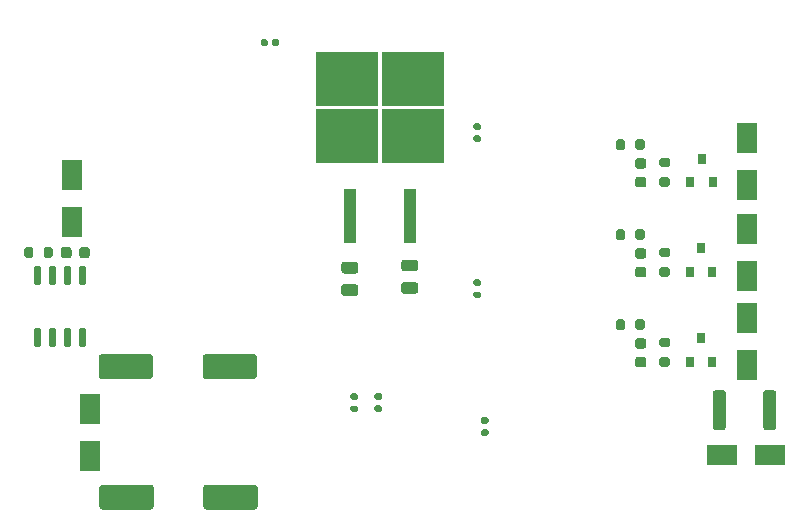
<source format=gbr>
%TF.GenerationSoftware,KiCad,Pcbnew,5.1.10-88a1d61d58~88~ubuntu20.04.1*%
%TF.CreationDate,2021-05-09T16:45:47+02:00*%
%TF.ProjectId,Control_board,436f6e74-726f-46c5-9f62-6f6172642e6b,rev?*%
%TF.SameCoordinates,Original*%
%TF.FileFunction,Paste,Top*%
%TF.FilePolarity,Positive*%
%FSLAX46Y46*%
G04 Gerber Fmt 4.6, Leading zero omitted, Abs format (unit mm)*
G04 Created by KiCad (PCBNEW 5.1.10-88a1d61d58~88~ubuntu20.04.1) date 2021-05-09 16:45:47*
%MOMM*%
%LPD*%
G01*
G04 APERTURE LIST*
%ADD10R,1.800000X2.500000*%
%ADD11R,2.500000X1.800000*%
%ADD12R,0.800000X0.900000*%
%ADD13R,1.100000X4.600000*%
%ADD14R,5.250000X4.550000*%
G04 APERTURE END LIST*
%TO.C,R3*%
G36*
G01*
X197760000Y-70631000D02*
X197210000Y-70631000D01*
G75*
G02*
X197010000Y-70431000I0J200000D01*
G01*
X197010000Y-70031000D01*
G75*
G02*
X197210000Y-69831000I200000J0D01*
G01*
X197760000Y-69831000D01*
G75*
G02*
X197960000Y-70031000I0J-200000D01*
G01*
X197960000Y-70431000D01*
G75*
G02*
X197760000Y-70631000I-200000J0D01*
G01*
G37*
G36*
G01*
X197760000Y-68981000D02*
X197210000Y-68981000D01*
G75*
G02*
X197010000Y-68781000I0J200000D01*
G01*
X197010000Y-68381000D01*
G75*
G02*
X197210000Y-68181000I200000J0D01*
G01*
X197760000Y-68181000D01*
G75*
G02*
X197960000Y-68381000I0J-200000D01*
G01*
X197960000Y-68781000D01*
G75*
G02*
X197760000Y-68981000I-200000J0D01*
G01*
G37*
%TD*%
%TO.C,C1*%
G36*
G01*
X158418500Y-90081001D02*
X158418500Y-88480999D01*
G75*
G02*
X158668499Y-88231000I249999J0D01*
G01*
X162768501Y-88231000D01*
G75*
G02*
X163018500Y-88480999I0J-249999D01*
G01*
X163018500Y-90081001D01*
G75*
G02*
X162768501Y-90331000I-249999J0D01*
G01*
X158668499Y-90331000D01*
G75*
G02*
X158418500Y-90081001I0J249999D01*
G01*
G37*
G36*
G01*
X149618500Y-90081001D02*
X149618500Y-88480999D01*
G75*
G02*
X149868499Y-88231000I249999J0D01*
G01*
X153968501Y-88231000D01*
G75*
G02*
X154218500Y-88480999I0J-249999D01*
G01*
X154218500Y-90081001D01*
G75*
G02*
X153968501Y-90331000I-249999J0D01*
G01*
X149868499Y-90331000D01*
G75*
G02*
X149618500Y-90081001I0J249999D01*
G01*
G37*
%TD*%
%TO.C,C2*%
G36*
G01*
X148812000Y-68330000D02*
X148812000Y-68830000D01*
G75*
G02*
X148587000Y-69055000I-225000J0D01*
G01*
X148137000Y-69055000D01*
G75*
G02*
X147912000Y-68830000I0J225000D01*
G01*
X147912000Y-68330000D01*
G75*
G02*
X148137000Y-68105000I225000J0D01*
G01*
X148587000Y-68105000D01*
G75*
G02*
X148812000Y-68330000I0J-225000D01*
G01*
G37*
G36*
G01*
X147262000Y-68330000D02*
X147262000Y-68830000D01*
G75*
G02*
X147037000Y-69055000I-225000J0D01*
G01*
X146587000Y-69055000D01*
G75*
G02*
X146362000Y-68830000I0J225000D01*
G01*
X146362000Y-68330000D01*
G75*
G02*
X146587000Y-68105000I225000J0D01*
G01*
X147037000Y-68105000D01*
G75*
G02*
X147262000Y-68330000I0J-225000D01*
G01*
G37*
%TD*%
%TO.C,C3*%
G36*
G01*
X162955000Y-77431999D02*
X162955000Y-79032001D01*
G75*
G02*
X162705001Y-79282000I-249999J0D01*
G01*
X158604999Y-79282000D01*
G75*
G02*
X158355000Y-79032001I0J249999D01*
G01*
X158355000Y-77431999D01*
G75*
G02*
X158604999Y-77182000I249999J0D01*
G01*
X162705001Y-77182000D01*
G75*
G02*
X162955000Y-77431999I0J-249999D01*
G01*
G37*
G36*
G01*
X154155000Y-77431999D02*
X154155000Y-79032001D01*
G75*
G02*
X153905001Y-79282000I-249999J0D01*
G01*
X149804999Y-79282000D01*
G75*
G02*
X149555000Y-79032001I0J249999D01*
G01*
X149555000Y-77431999D01*
G75*
G02*
X149804999Y-77182000I249999J0D01*
G01*
X153905001Y-77182000D01*
G75*
G02*
X154155000Y-77431999I0J-249999D01*
G01*
G37*
%TD*%
%TO.C,C4*%
G36*
G01*
X170340000Y-69350000D02*
X171290000Y-69350000D01*
G75*
G02*
X171540000Y-69600000I0J-250000D01*
G01*
X171540000Y-70100000D01*
G75*
G02*
X171290000Y-70350000I-250000J0D01*
G01*
X170340000Y-70350000D01*
G75*
G02*
X170090000Y-70100000I0J250000D01*
G01*
X170090000Y-69600000D01*
G75*
G02*
X170340000Y-69350000I250000J0D01*
G01*
G37*
G36*
G01*
X170340000Y-71250000D02*
X171290000Y-71250000D01*
G75*
G02*
X171540000Y-71500000I0J-250000D01*
G01*
X171540000Y-72000000D01*
G75*
G02*
X171290000Y-72250000I-250000J0D01*
G01*
X170340000Y-72250000D01*
G75*
G02*
X170090000Y-72000000I0J250000D01*
G01*
X170090000Y-71500000D01*
G75*
G02*
X170340000Y-71250000I250000J0D01*
G01*
G37*
%TD*%
D10*
%TO.C,D1*%
X147320000Y-61976000D03*
X147320000Y-65976000D03*
%TD*%
%TO.C,D2*%
X148844000Y-81820000D03*
X148844000Y-85820000D03*
%TD*%
%TO.C,D3*%
G36*
G01*
X195196750Y-69793500D02*
X195709250Y-69793500D01*
G75*
G02*
X195928000Y-70012250I0J-218750D01*
G01*
X195928000Y-70449750D01*
G75*
G02*
X195709250Y-70668500I-218750J0D01*
G01*
X195196750Y-70668500D01*
G75*
G02*
X194978000Y-70449750I0J218750D01*
G01*
X194978000Y-70012250D01*
G75*
G02*
X195196750Y-69793500I218750J0D01*
G01*
G37*
G36*
G01*
X195196750Y-68218500D02*
X195709250Y-68218500D01*
G75*
G02*
X195928000Y-68437250I0J-218750D01*
G01*
X195928000Y-68874750D01*
G75*
G02*
X195709250Y-69093500I-218750J0D01*
G01*
X195196750Y-69093500D01*
G75*
G02*
X194978000Y-68874750I0J218750D01*
G01*
X194978000Y-68437250D01*
G75*
G02*
X195196750Y-68218500I218750J0D01*
G01*
G37*
%TD*%
%TO.C,D4*%
X204470000Y-70580000D03*
X204470000Y-66580000D03*
%TD*%
%TO.C,D5*%
G36*
G01*
X195196750Y-60598500D02*
X195709250Y-60598500D01*
G75*
G02*
X195928000Y-60817250I0J-218750D01*
G01*
X195928000Y-61254750D01*
G75*
G02*
X195709250Y-61473500I-218750J0D01*
G01*
X195196750Y-61473500D01*
G75*
G02*
X194978000Y-61254750I0J218750D01*
G01*
X194978000Y-60817250D01*
G75*
G02*
X195196750Y-60598500I218750J0D01*
G01*
G37*
G36*
G01*
X195196750Y-62173500D02*
X195709250Y-62173500D01*
G75*
G02*
X195928000Y-62392250I0J-218750D01*
G01*
X195928000Y-62829750D01*
G75*
G02*
X195709250Y-63048500I-218750J0D01*
G01*
X195196750Y-63048500D01*
G75*
G02*
X194978000Y-62829750I0J218750D01*
G01*
X194978000Y-62392250D01*
G75*
G02*
X195196750Y-62173500I218750J0D01*
G01*
G37*
%TD*%
%TO.C,D6*%
X204470000Y-58865000D03*
X204470000Y-62865000D03*
%TD*%
%TO.C,D7*%
G36*
G01*
X195196750Y-75838500D02*
X195709250Y-75838500D01*
G75*
G02*
X195928000Y-76057250I0J-218750D01*
G01*
X195928000Y-76494750D01*
G75*
G02*
X195709250Y-76713500I-218750J0D01*
G01*
X195196750Y-76713500D01*
G75*
G02*
X194978000Y-76494750I0J218750D01*
G01*
X194978000Y-76057250D01*
G75*
G02*
X195196750Y-75838500I218750J0D01*
G01*
G37*
G36*
G01*
X195196750Y-77413500D02*
X195709250Y-77413500D01*
G75*
G02*
X195928000Y-77632250I0J-218750D01*
G01*
X195928000Y-78069750D01*
G75*
G02*
X195709250Y-78288500I-218750J0D01*
G01*
X195196750Y-78288500D01*
G75*
G02*
X194978000Y-78069750I0J218750D01*
G01*
X194978000Y-77632250D01*
G75*
G02*
X195196750Y-77413500I218750J0D01*
G01*
G37*
%TD*%
%TO.C,D8*%
X204470000Y-74105000D03*
X204470000Y-78105000D03*
%TD*%
D11*
%TO.C,D9*%
X206375000Y-85725000D03*
X202375000Y-85725000D03*
%TD*%
%TO.C,F1*%
G36*
G01*
X206937500Y-80464998D02*
X206937500Y-83365002D01*
G75*
G02*
X206687502Y-83615000I-249998J0D01*
G01*
X206062498Y-83615000D01*
G75*
G02*
X205812500Y-83365002I0J249998D01*
G01*
X205812500Y-80464998D01*
G75*
G02*
X206062498Y-80215000I249998J0D01*
G01*
X206687502Y-80215000D01*
G75*
G02*
X206937500Y-80464998I0J-249998D01*
G01*
G37*
G36*
G01*
X202662500Y-80464998D02*
X202662500Y-83365002D01*
G75*
G02*
X202412502Y-83615000I-249998J0D01*
G01*
X201787498Y-83615000D01*
G75*
G02*
X201537500Y-83365002I0J249998D01*
G01*
X201537500Y-80464998D01*
G75*
G02*
X201787498Y-80215000I249998J0D01*
G01*
X202412502Y-80215000D01*
G75*
G02*
X202662500Y-80464998I0J-249998D01*
G01*
G37*
%TD*%
D12*
%TO.C,Q1*%
X200533000Y-68215000D03*
X201483000Y-70215000D03*
X199583000Y-70215000D03*
%TD*%
%TO.C,Q2*%
X199649000Y-62611000D03*
X201549000Y-62611000D03*
X200599000Y-60611000D03*
%TD*%
%TO.C,Q3*%
X199583000Y-77819000D03*
X201483000Y-77819000D03*
X200533000Y-75819000D03*
%TD*%
%TO.C,R1*%
G36*
G01*
X145688000Y-68305000D02*
X145688000Y-68855000D01*
G75*
G02*
X145488000Y-69055000I-200000J0D01*
G01*
X145088000Y-69055000D01*
G75*
G02*
X144888000Y-68855000I0J200000D01*
G01*
X144888000Y-68305000D01*
G75*
G02*
X145088000Y-68105000I200000J0D01*
G01*
X145488000Y-68105000D01*
G75*
G02*
X145688000Y-68305000I0J-200000D01*
G01*
G37*
G36*
G01*
X144038000Y-68305000D02*
X144038000Y-68855000D01*
G75*
G02*
X143838000Y-69055000I-200000J0D01*
G01*
X143438000Y-69055000D01*
G75*
G02*
X143238000Y-68855000I0J200000D01*
G01*
X143238000Y-68305000D01*
G75*
G02*
X143438000Y-68105000I200000J0D01*
G01*
X143838000Y-68105000D01*
G75*
G02*
X144038000Y-68305000I0J-200000D01*
G01*
G37*
%TD*%
%TO.C,R2*%
G36*
G01*
X195789000Y-66781000D02*
X195789000Y-67331000D01*
G75*
G02*
X195589000Y-67531000I-200000J0D01*
G01*
X195189000Y-67531000D01*
G75*
G02*
X194989000Y-67331000I0J200000D01*
G01*
X194989000Y-66781000D01*
G75*
G02*
X195189000Y-66581000I200000J0D01*
G01*
X195589000Y-66581000D01*
G75*
G02*
X195789000Y-66781000I0J-200000D01*
G01*
G37*
G36*
G01*
X194139000Y-66781000D02*
X194139000Y-67331000D01*
G75*
G02*
X193939000Y-67531000I-200000J0D01*
G01*
X193539000Y-67531000D01*
G75*
G02*
X193339000Y-67331000I0J200000D01*
G01*
X193339000Y-66781000D01*
G75*
G02*
X193539000Y-66581000I200000J0D01*
G01*
X193939000Y-66581000D01*
G75*
G02*
X194139000Y-66781000I0J-200000D01*
G01*
G37*
%TD*%
%TO.C,R4*%
G36*
G01*
X194139000Y-59161000D02*
X194139000Y-59711000D01*
G75*
G02*
X193939000Y-59911000I-200000J0D01*
G01*
X193539000Y-59911000D01*
G75*
G02*
X193339000Y-59711000I0J200000D01*
G01*
X193339000Y-59161000D01*
G75*
G02*
X193539000Y-58961000I200000J0D01*
G01*
X193939000Y-58961000D01*
G75*
G02*
X194139000Y-59161000I0J-200000D01*
G01*
G37*
G36*
G01*
X195789000Y-59161000D02*
X195789000Y-59711000D01*
G75*
G02*
X195589000Y-59911000I-200000J0D01*
G01*
X195189000Y-59911000D01*
G75*
G02*
X194989000Y-59711000I0J200000D01*
G01*
X194989000Y-59161000D01*
G75*
G02*
X195189000Y-58961000I200000J0D01*
G01*
X195589000Y-58961000D01*
G75*
G02*
X195789000Y-59161000I0J-200000D01*
G01*
G37*
%TD*%
%TO.C,R5*%
G36*
G01*
X197760000Y-63011000D02*
X197210000Y-63011000D01*
G75*
G02*
X197010000Y-62811000I0J200000D01*
G01*
X197010000Y-62411000D01*
G75*
G02*
X197210000Y-62211000I200000J0D01*
G01*
X197760000Y-62211000D01*
G75*
G02*
X197960000Y-62411000I0J-200000D01*
G01*
X197960000Y-62811000D01*
G75*
G02*
X197760000Y-63011000I-200000J0D01*
G01*
G37*
G36*
G01*
X197760000Y-61361000D02*
X197210000Y-61361000D01*
G75*
G02*
X197010000Y-61161000I0J200000D01*
G01*
X197010000Y-60761000D01*
G75*
G02*
X197210000Y-60561000I200000J0D01*
G01*
X197760000Y-60561000D01*
G75*
G02*
X197960000Y-60761000I0J-200000D01*
G01*
X197960000Y-61161000D01*
G75*
G02*
X197760000Y-61361000I-200000J0D01*
G01*
G37*
%TD*%
%TO.C,R6*%
G36*
G01*
X194139000Y-74401000D02*
X194139000Y-74951000D01*
G75*
G02*
X193939000Y-75151000I-200000J0D01*
G01*
X193539000Y-75151000D01*
G75*
G02*
X193339000Y-74951000I0J200000D01*
G01*
X193339000Y-74401000D01*
G75*
G02*
X193539000Y-74201000I200000J0D01*
G01*
X193939000Y-74201000D01*
G75*
G02*
X194139000Y-74401000I0J-200000D01*
G01*
G37*
G36*
G01*
X195789000Y-74401000D02*
X195789000Y-74951000D01*
G75*
G02*
X195589000Y-75151000I-200000J0D01*
G01*
X195189000Y-75151000D01*
G75*
G02*
X194989000Y-74951000I0J200000D01*
G01*
X194989000Y-74401000D01*
G75*
G02*
X195189000Y-74201000I200000J0D01*
G01*
X195589000Y-74201000D01*
G75*
G02*
X195789000Y-74401000I0J-200000D01*
G01*
G37*
%TD*%
%TO.C,R7*%
G36*
G01*
X197760000Y-76601000D02*
X197210000Y-76601000D01*
G75*
G02*
X197010000Y-76401000I0J200000D01*
G01*
X197010000Y-76001000D01*
G75*
G02*
X197210000Y-75801000I200000J0D01*
G01*
X197760000Y-75801000D01*
G75*
G02*
X197960000Y-76001000I0J-200000D01*
G01*
X197960000Y-76401000D01*
G75*
G02*
X197760000Y-76601000I-200000J0D01*
G01*
G37*
G36*
G01*
X197760000Y-78251000D02*
X197210000Y-78251000D01*
G75*
G02*
X197010000Y-78051000I0J200000D01*
G01*
X197010000Y-77651000D01*
G75*
G02*
X197210000Y-77451000I200000J0D01*
G01*
X197760000Y-77451000D01*
G75*
G02*
X197960000Y-77651000I0J-200000D01*
G01*
X197960000Y-78051000D01*
G75*
G02*
X197760000Y-78251000I-200000J0D01*
G01*
G37*
%TD*%
%TO.C,R8*%
G36*
G01*
X181795000Y-59200000D02*
X181425000Y-59200000D01*
G75*
G02*
X181290000Y-59065000I0J135000D01*
G01*
X181290000Y-58795000D01*
G75*
G02*
X181425000Y-58660000I135000J0D01*
G01*
X181795000Y-58660000D01*
G75*
G02*
X181930000Y-58795000I0J-135000D01*
G01*
X181930000Y-59065000D01*
G75*
G02*
X181795000Y-59200000I-135000J0D01*
G01*
G37*
G36*
G01*
X181795000Y-58180000D02*
X181425000Y-58180000D01*
G75*
G02*
X181290000Y-58045000I0J135000D01*
G01*
X181290000Y-57775000D01*
G75*
G02*
X181425000Y-57640000I135000J0D01*
G01*
X181795000Y-57640000D01*
G75*
G02*
X181930000Y-57775000I0J-135000D01*
G01*
X181930000Y-58045000D01*
G75*
G02*
X181795000Y-58180000I-135000J0D01*
G01*
G37*
%TD*%
%TO.C,R9*%
G36*
G01*
X181795000Y-72410000D02*
X181425000Y-72410000D01*
G75*
G02*
X181290000Y-72275000I0J135000D01*
G01*
X181290000Y-72005000D01*
G75*
G02*
X181425000Y-71870000I135000J0D01*
G01*
X181795000Y-71870000D01*
G75*
G02*
X181930000Y-72005000I0J-135000D01*
G01*
X181930000Y-72275000D01*
G75*
G02*
X181795000Y-72410000I-135000J0D01*
G01*
G37*
G36*
G01*
X181795000Y-71390000D02*
X181425000Y-71390000D01*
G75*
G02*
X181290000Y-71255000I0J135000D01*
G01*
X181290000Y-70985000D01*
G75*
G02*
X181425000Y-70850000I135000J0D01*
G01*
X181795000Y-70850000D01*
G75*
G02*
X181930000Y-70985000I0J-135000D01*
G01*
X181930000Y-71255000D01*
G75*
G02*
X181795000Y-71390000I-135000J0D01*
G01*
G37*
%TD*%
%TO.C,R10*%
G36*
G01*
X182430000Y-84090000D02*
X182060000Y-84090000D01*
G75*
G02*
X181925000Y-83955000I0J135000D01*
G01*
X181925000Y-83685000D01*
G75*
G02*
X182060000Y-83550000I135000J0D01*
G01*
X182430000Y-83550000D01*
G75*
G02*
X182565000Y-83685000I0J-135000D01*
G01*
X182565000Y-83955000D01*
G75*
G02*
X182430000Y-84090000I-135000J0D01*
G01*
G37*
G36*
G01*
X182430000Y-83070000D02*
X182060000Y-83070000D01*
G75*
G02*
X181925000Y-82935000I0J135000D01*
G01*
X181925000Y-82665000D01*
G75*
G02*
X182060000Y-82530000I135000J0D01*
G01*
X182430000Y-82530000D01*
G75*
G02*
X182565000Y-82665000I0J-135000D01*
G01*
X182565000Y-82935000D01*
G75*
G02*
X182430000Y-83070000I-135000J0D01*
G01*
G37*
%TD*%
%TO.C,R11*%
G36*
G01*
X173043000Y-81518000D02*
X173413000Y-81518000D01*
G75*
G02*
X173548000Y-81653000I0J-135000D01*
G01*
X173548000Y-81923000D01*
G75*
G02*
X173413000Y-82058000I-135000J0D01*
G01*
X173043000Y-82058000D01*
G75*
G02*
X172908000Y-81923000I0J135000D01*
G01*
X172908000Y-81653000D01*
G75*
G02*
X173043000Y-81518000I135000J0D01*
G01*
G37*
G36*
G01*
X173043000Y-80498000D02*
X173413000Y-80498000D01*
G75*
G02*
X173548000Y-80633000I0J-135000D01*
G01*
X173548000Y-80903000D01*
G75*
G02*
X173413000Y-81038000I-135000J0D01*
G01*
X173043000Y-81038000D01*
G75*
G02*
X172908000Y-80903000I0J135000D01*
G01*
X172908000Y-80633000D01*
G75*
G02*
X173043000Y-80498000I135000J0D01*
G01*
G37*
%TD*%
%TO.C,R12*%
G36*
G01*
X171011000Y-81522000D02*
X171381000Y-81522000D01*
G75*
G02*
X171516000Y-81657000I0J-135000D01*
G01*
X171516000Y-81927000D01*
G75*
G02*
X171381000Y-82062000I-135000J0D01*
G01*
X171011000Y-82062000D01*
G75*
G02*
X170876000Y-81927000I0J135000D01*
G01*
X170876000Y-81657000D01*
G75*
G02*
X171011000Y-81522000I135000J0D01*
G01*
G37*
G36*
G01*
X171011000Y-80502000D02*
X171381000Y-80502000D01*
G75*
G02*
X171516000Y-80637000I0J-135000D01*
G01*
X171516000Y-80907000D01*
G75*
G02*
X171381000Y-81042000I-135000J0D01*
G01*
X171011000Y-81042000D01*
G75*
G02*
X170876000Y-80907000I0J135000D01*
G01*
X170876000Y-80637000D01*
G75*
G02*
X171011000Y-80502000I135000J0D01*
G01*
G37*
%TD*%
%TO.C,U1*%
G36*
G01*
X148059000Y-69702000D02*
X148359000Y-69702000D01*
G75*
G02*
X148509000Y-69852000I0J-150000D01*
G01*
X148509000Y-71202000D01*
G75*
G02*
X148359000Y-71352000I-150000J0D01*
G01*
X148059000Y-71352000D01*
G75*
G02*
X147909000Y-71202000I0J150000D01*
G01*
X147909000Y-69852000D01*
G75*
G02*
X148059000Y-69702000I150000J0D01*
G01*
G37*
G36*
G01*
X146789000Y-69702000D02*
X147089000Y-69702000D01*
G75*
G02*
X147239000Y-69852000I0J-150000D01*
G01*
X147239000Y-71202000D01*
G75*
G02*
X147089000Y-71352000I-150000J0D01*
G01*
X146789000Y-71352000D01*
G75*
G02*
X146639000Y-71202000I0J150000D01*
G01*
X146639000Y-69852000D01*
G75*
G02*
X146789000Y-69702000I150000J0D01*
G01*
G37*
G36*
G01*
X145519000Y-69702000D02*
X145819000Y-69702000D01*
G75*
G02*
X145969000Y-69852000I0J-150000D01*
G01*
X145969000Y-71202000D01*
G75*
G02*
X145819000Y-71352000I-150000J0D01*
G01*
X145519000Y-71352000D01*
G75*
G02*
X145369000Y-71202000I0J150000D01*
G01*
X145369000Y-69852000D01*
G75*
G02*
X145519000Y-69702000I150000J0D01*
G01*
G37*
G36*
G01*
X144249000Y-69702000D02*
X144549000Y-69702000D01*
G75*
G02*
X144699000Y-69852000I0J-150000D01*
G01*
X144699000Y-71202000D01*
G75*
G02*
X144549000Y-71352000I-150000J0D01*
G01*
X144249000Y-71352000D01*
G75*
G02*
X144099000Y-71202000I0J150000D01*
G01*
X144099000Y-69852000D01*
G75*
G02*
X144249000Y-69702000I150000J0D01*
G01*
G37*
G36*
G01*
X144249000Y-74952000D02*
X144549000Y-74952000D01*
G75*
G02*
X144699000Y-75102000I0J-150000D01*
G01*
X144699000Y-76452000D01*
G75*
G02*
X144549000Y-76602000I-150000J0D01*
G01*
X144249000Y-76602000D01*
G75*
G02*
X144099000Y-76452000I0J150000D01*
G01*
X144099000Y-75102000D01*
G75*
G02*
X144249000Y-74952000I150000J0D01*
G01*
G37*
G36*
G01*
X145519000Y-74952000D02*
X145819000Y-74952000D01*
G75*
G02*
X145969000Y-75102000I0J-150000D01*
G01*
X145969000Y-76452000D01*
G75*
G02*
X145819000Y-76602000I-150000J0D01*
G01*
X145519000Y-76602000D01*
G75*
G02*
X145369000Y-76452000I0J150000D01*
G01*
X145369000Y-75102000D01*
G75*
G02*
X145519000Y-74952000I150000J0D01*
G01*
G37*
G36*
G01*
X146789000Y-74952000D02*
X147089000Y-74952000D01*
G75*
G02*
X147239000Y-75102000I0J-150000D01*
G01*
X147239000Y-76452000D01*
G75*
G02*
X147089000Y-76602000I-150000J0D01*
G01*
X146789000Y-76602000D01*
G75*
G02*
X146639000Y-76452000I0J150000D01*
G01*
X146639000Y-75102000D01*
G75*
G02*
X146789000Y-74952000I150000J0D01*
G01*
G37*
G36*
G01*
X148059000Y-74952000D02*
X148359000Y-74952000D01*
G75*
G02*
X148509000Y-75102000I0J-150000D01*
G01*
X148509000Y-76452000D01*
G75*
G02*
X148359000Y-76602000I-150000J0D01*
G01*
X148059000Y-76602000D01*
G75*
G02*
X147909000Y-76452000I0J150000D01*
G01*
X147909000Y-75102000D01*
G75*
G02*
X148059000Y-74952000I150000J0D01*
G01*
G37*
%TD*%
D13*
%TO.C,U2*%
X170815000Y-65465000D03*
X175895000Y-65465000D03*
D14*
X176130000Y-53890000D03*
X170580000Y-58740000D03*
X170580000Y-53890000D03*
X176130000Y-58740000D03*
%TD*%
%TO.C,C5*%
G36*
G01*
X175420000Y-69175000D02*
X176370000Y-69175000D01*
G75*
G02*
X176620000Y-69425000I0J-250000D01*
G01*
X176620000Y-69925000D01*
G75*
G02*
X176370000Y-70175000I-250000J0D01*
G01*
X175420000Y-70175000D01*
G75*
G02*
X175170000Y-69925000I0J250000D01*
G01*
X175170000Y-69425000D01*
G75*
G02*
X175420000Y-69175000I250000J0D01*
G01*
G37*
G36*
G01*
X175420000Y-71075000D02*
X176370000Y-71075000D01*
G75*
G02*
X176620000Y-71325000I0J-250000D01*
G01*
X176620000Y-71825000D01*
G75*
G02*
X176370000Y-72075000I-250000J0D01*
G01*
X175420000Y-72075000D01*
G75*
G02*
X175170000Y-71825000I0J250000D01*
G01*
X175170000Y-71325000D01*
G75*
G02*
X175420000Y-71075000I250000J0D01*
G01*
G37*
%TD*%
%TO.C,C6*%
G36*
G01*
X163296000Y-50970000D02*
X163296000Y-50630000D01*
G75*
G02*
X163436000Y-50490000I140000J0D01*
G01*
X163716000Y-50490000D01*
G75*
G02*
X163856000Y-50630000I0J-140000D01*
G01*
X163856000Y-50970000D01*
G75*
G02*
X163716000Y-51110000I-140000J0D01*
G01*
X163436000Y-51110000D01*
G75*
G02*
X163296000Y-50970000I0J140000D01*
G01*
G37*
G36*
G01*
X164256000Y-50970000D02*
X164256000Y-50630000D01*
G75*
G02*
X164396000Y-50490000I140000J0D01*
G01*
X164676000Y-50490000D01*
G75*
G02*
X164816000Y-50630000I0J-140000D01*
G01*
X164816000Y-50970000D01*
G75*
G02*
X164676000Y-51110000I-140000J0D01*
G01*
X164396000Y-51110000D01*
G75*
G02*
X164256000Y-50970000I0J140000D01*
G01*
G37*
%TD*%
M02*

</source>
